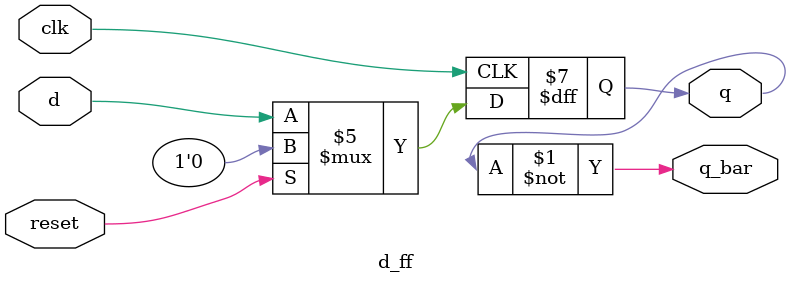
<source format=v>
`timescale 1ns / 1ps


module d_ff( q ,q_bar,clk,reset,d);
input d,clk,reset;
output reg q;
output q_bar;
assign q_bar= ~q ;
always @(posedge clk)
begin
if (reset==1'b1)
q<=1'b0;
else
q<=d;
end
endmodule

</source>
